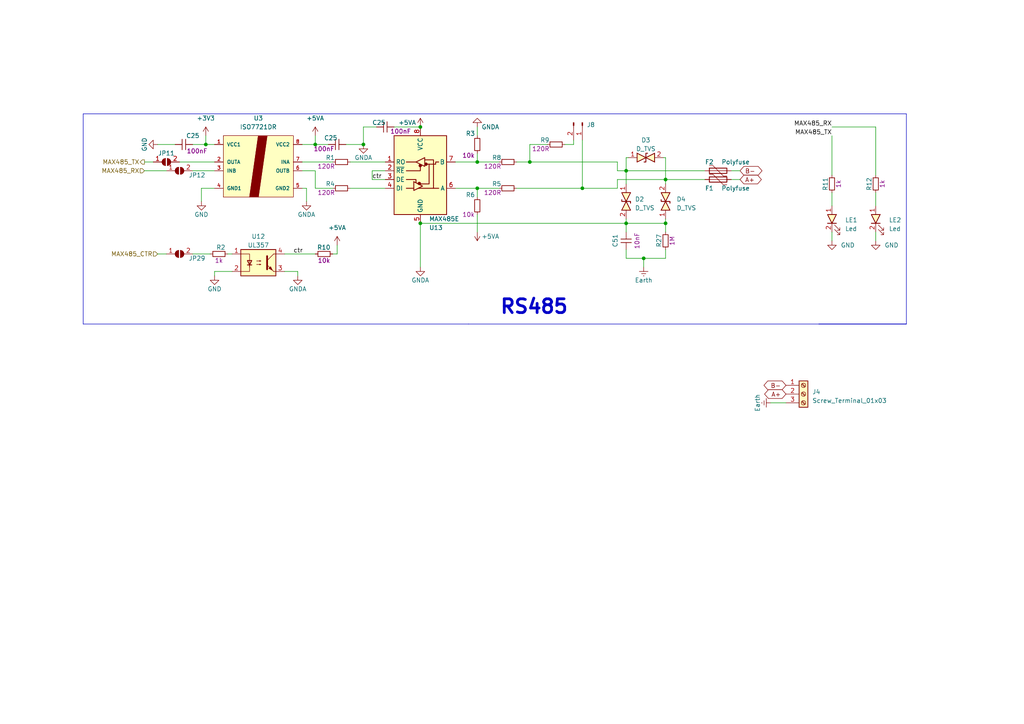
<source format=kicad_sch>
(kicad_sch (version 20230121) (generator eeschema)
  (paper "A4")
  (lib_symbols
    (symbol "Connector:Conn_01x02_Male" (pin_names (offset 1.016) hide)
      (property "Reference" "J" (at 0 2.54 0))
      (property "Value" "Conn_01x02_Male" (at 0 -5.08 0))
      (symbol "Conn_01x02_Male_1_1"
        (polyline (pts (xy 1.27 -2.54) (xy 0.8636 -2.54)) (stroke (width 0.1524)))
        (polyline (pts (xy 1.27 0) (xy 0.8636 0)) (stroke (width 0.1524)))
        (rectangle (start 0.8636 -2.413) (end 0 -2.667) (stroke (width 0.1524)) (fill (type outline)))
        (rectangle (start 0.8636 0.127) (end 0 -0.127) (stroke (width 0.1524)) (fill (type outline)))
        (pin passive line (at 5.08 0 180) (length 3.81) (name "Pin_1") (number "1"))
        (pin passive line (at 5.08 -2.54 180) (length 3.81) (name "Pin_2") (number "2"))
      )
    )
    (symbol "Connector:Screw_Terminal_01x03" (pin_names (offset 1.016) hide)
      (property "Reference" "J" (at 0 5.08 0))
      (property "Value" "Screw_Terminal_01x03" (at 0 -5.08 0))
      (symbol "Screw_Terminal_01x03_1_1"
        (rectangle (start -1.27 3.81) (end 1.27 -3.81) (stroke (width 0.254)) (fill (type background)))
        (circle (center 0 -2.54) (radius 0.635) (stroke (width 0.1524)))
        (polyline (pts (xy -0.5334 -2.2098) (xy 0.3302 -3.048)) (stroke (width 0.1524)))
        (polyline (pts (xy -0.5334 0.3302) (xy 0.3302 -0.508)) (stroke (width 0.1524)))
        (polyline (pts (xy -0.5334 2.8702) (xy 0.3302 2.032)) (stroke (width 0.1524)))
        (polyline (pts (xy -0.3556 -2.032) (xy 0.508 -2.8702)) (stroke (width 0.1524)))
        (polyline (pts (xy -0.3556 0.508) (xy 0.508 -0.3302)) (stroke (width 0.1524)))
        (polyline (pts (xy -0.3556 3.048) (xy 0.508 2.2098)) (stroke (width 0.1524)))
        (circle (center 0 0) (radius 0.635) (stroke (width 0.1524)))
        (circle (center 0 2.54) (radius 0.635) (stroke (width 0.1524)))
        (pin passive line (at -5.08 2.54 0) (length 3.81) (name "Pin_1") (number "1"))
        (pin passive line (at -5.08 0 0) (length 3.81) (name "Pin_2") (number "2"))
        (pin passive line (at -5.08 -2.54 0) (length 3.81) (name "Pin_3") (number "3"))
      )
    )
    (symbol "Device:Polyfuse" (pin_numbers hide) (pin_names (offset 0))
      (property "Reference" "F" (at -2.54 0 90))
      (property "Value" "Polyfuse" (at 2.54 0 90))
      (symbol "Polyfuse_0_1"
        (rectangle (start -0.762 2.54) (end 0.762 -2.54) (stroke (width 0.254)))
        (polyline (pts (xy 0 2.54) (xy 0 -2.54)))
        (polyline (pts (xy -1.524 2.54) (xy -1.524 1.524) (xy 1.524 -1.524) (xy 1.524 -2.54)))
      )
      (symbol "Polyfuse_1_1"
        (pin passive line (at 0 3.81 270) (length 1.27) (name "~") (number "1"))
        (pin passive line (at 0 -3.81 90) (length 1.27) (name "~") (number "2"))
      )
    )
    (symbol "DienLIB:C_0603" (pin_numbers hide) (pin_names (offset 0.254) hide)
      (property "Reference" "C" (at 0.254 1.778 0))
      (symbol "C_0603_1_1"
        (polyline (pts (xy -1.524 -0.508) (xy 1.524 -0.508)) (stroke (width 0.2)))
        (polyline (pts (xy -1.524 0.508) (xy 1.524 0.508)) (stroke (width 0.2)))
        (pin passive line (at 0 2.54 270) (length 2.032) (name "~") (number "1"))
        (pin passive line (at 0 -2.54 90) (length 2.032) (name "~") (number "2"))
      )
    )
    (symbol "DienLIB:R_0603" (pin_numbers hide) (pin_names (offset 0.254) hide)
      (property "Reference" "R" (at 0.762 0.508 0))
      (symbol "R_0603_0_1"
        (rectangle (start -0.762 1.778) (end 0.762 -1.778) (stroke (width 0.2032)))
      )
      (symbol "R_0603_1_1"
        (pin passive line (at 0 2.54 270) (length 0.762) (name "~") (number "1"))
        (pin passive line (at 0 -2.54 90) (length 0.762) (name "~") (number "2"))
      )
    )
    (symbol "IVS_SYMBOLS:D_TVS"
      (property "Reference" "D" (at 0 2.286 0))
      (property "Value" "D_TVS" (at 0 -2.794 0))
      (symbol "D_TVS_0_1"
        (polyline (pts (xy -2.54 1.27) (xy 0 0) (xy -2.54 -1.27) (xy -2.54 1.27)) (stroke (width 0.254)) (fill (type background)))
        (polyline (pts (xy 0.508 1.27) (xy 0 1.27) (xy 0 -1.27) (xy -0.508 -1.27)) (stroke (width 0.254)))
        (polyline (pts (xy 2.54 -1.27) (xy 0 0) (xy 2.54 1.27) (xy 2.54 -1.27)) (stroke (width 0.254)) (fill (type background)))
      )
      (symbol "D_TVS_1_1"
        (pin passive line (at 5.08 0 180) (length 2.54) (name "") (number "1"))
        (pin passive line (at -5.08 0 0) (length 2.54) (name "") (number "2"))
      )
    )
    (symbol "IVS_SYMBOLS:ISO7721DR" (pin_names (offset 1.016))
      (property "Reference" "U" (at -10.16 11.16 0))
      (property "Value" "ISO7721DR" (at -10.16 -10.16 0))
      (symbol "ISO7721DR_0_0"
        (pin power_in line (at -12.7 7.62 0) (length 2.54) (name "VCC1") (number "1"))
        (pin output line (at -12.7 2.54 0) (length 2.54) (name "OUTA") (number "2"))
        (pin input line (at -12.7 0 0) (length 2.54) (name "INB") (number "3"))
        (pin power_in line (at -12.7 -5.08 0) (length 2.54) (name "GND1") (number "4"))
        (pin power_in line (at 12.7 -5.08 180) (length 2.54) (name "GND2") (number "5"))
        (pin output line (at 12.7 0 180) (length 2.54) (name "OUTB") (number "6"))
        (pin input line (at 12.7 2.54 180) (length 2.54) (name "INA") (number "7"))
        (pin power_in line (at 12.7 7.62 180) (length 2.54) (name "VCC2") (number "8"))
      )
      (symbol "ISO7721DR_0_1"
        (polyline (pts (xy -10.16 10.16) (xy -10.16 -7.62) (xy -2.54 -7.62) (xy 0 10.16) (xy -10.16 10.16)) (fill (type background)))
        (polyline (pts (xy 0 10.16) (xy 2.54 10.16) (xy 0 -7.62) (xy -2.54 -7.62) (xy 0 10.16)) (fill (type outline)))
        (polyline (pts (xy 2.54 10.16) (xy 0 -7.62) (xy 10.16 -7.62) (xy 10.16 10.16) (xy 2.54 10.16)) (fill (type background)))
      )
    )
    (symbol "IVS_SYMBOLS:Led"
      (property "Reference" "LE" (at 0.508 -2.794 0))
      (property "Value" "Led" (at -0.254 2.794 0))
      (symbol "Led_0_1"
        (polyline (pts (xy 0 -1.27) (xy 0 1.27)) (stroke (width 0.254)))
        (polyline (pts (xy 2.54 -1.27) (xy 2.54 1.27) (xy 0 0) (xy 2.54 -1.27)) (stroke (width 0.254)) (fill (type background)))
        (polyline (pts (xy -1.778 -0.762) (xy -3.302 -2.286) (xy -2.54 -2.286) (xy -3.302 -2.286) (xy -3.302 -1.524)))
        (polyline (pts (xy -0.508 -0.762) (xy -2.032 -2.286) (xy -1.27 -2.286) (xy -2.032 -2.286) (xy -2.032 -1.524)))
      )
      (symbol "Led_1_1"
        (pin passive line (at 5.08 0 180) (length 2.54) (name "") (number "1"))
        (pin passive line (at -2.54 0 0) (length 2.54) (name "") (number "2"))
      )
    )
    (symbol "Interface_UART:MAX485E"
      (property "Reference" "U" (at -6.096 11.43 0))
      (property "Value" "MAX485E" (at 0.762 11.43 0))
      (symbol "MAX485E_0_1"
        (rectangle (start -7.62 10.16) (end 7.62 -12.7) (stroke (width 0.254)) (fill (type background)))
        (circle (center -0.3048 -3.683) (radius 0.3556) (stroke (width 0.254)) (fill (type outline)))
        (circle (center -0.0254 1.4986) (radius 0.3556) (stroke (width 0.254)) (fill (type outline)))
        (polyline (pts (xy -4.064 -5.08) (xy -1.905 -5.08)) (stroke (width 0.254)))
        (polyline (pts (xy -4.064 2.54) (xy -1.27 2.54)) (stroke (width 0.254)))
        (polyline (pts (xy -1.27 -3.2004) (xy -1.27 -3.4544)) (stroke (width 0.254)))
        (polyline (pts (xy -0.635 -5.08) (xy 5.334 -5.08)) (stroke (width 0.254)))
        (polyline (pts (xy -4.064 -2.54) (xy -1.27 -2.54) (xy -1.27 -3.175)) (stroke (width 0.254)))
        (polyline (pts (xy 0 1.27) (xy 0 0) (xy -4.064 0)) (stroke (width 0.254)))
        (polyline (pts (xy 1.27 3.175) (xy 3.81 3.175) (xy 3.81 -5.08)) (stroke (width 0.254)))
        (polyline (pts (xy 2.54 1.905) (xy 2.54 -3.81) (xy 0 -3.81)) (stroke (width 0.254)))
        (polyline (pts (xy -1.905 -3.175) (xy -1.905 -5.715) (xy 0.635 -4.445) (xy -1.905 -3.175)) (stroke (width 0.254)))
        (polyline (pts (xy -1.27 2.54) (xy 1.27 3.81) (xy 1.27 1.27) (xy -1.27 2.54)) (stroke (width 0.254)))
        (polyline (pts (xy 1.905 1.905) (xy 4.445 1.905) (xy 4.445 2.54) (xy 5.334 2.54)) (stroke (width 0.254)))
        (rectangle (start 1.27 3.175) (end 1.27 3.175))
        (circle (center 1.651 1.905) (radius 0.3556) (stroke (width 0.254)) (fill (type outline)))
      )
      (symbol "MAX485E_1_1"
        (pin output line (at -10.16 2.54 0) (length 2.54) (name "RO") (number "1"))
        (pin input line (at -10.16 0 0) (length 2.54) (name "~{RE}") (number "2"))
        (pin input line (at -10.16 -2.54 0) (length 2.54) (name "DE") (number "3"))
        (pin input line (at -10.16 -5.08 0) (length 2.54) (name "DI") (number "4"))
        (pin power_in line (at 0 -15.24 90) (length 2.54) (name "GND") (number "5"))
        (pin bidirectional line (at 10.16 -5.08 180) (length 2.54) (name "A") (number "6"))
        (pin bidirectional line (at 10.16 2.54 180) (length 2.54) (name "B") (number "7"))
        (pin power_in line (at 0 12.7 270) (length 2.54) (name "VCC") (number "8"))
      )
    )
    (symbol "Isolator:SFH617A-2X017T" (pin_names (offset 1.016))
      (property "Reference" "U" (at -5.08 6.35 0))
      (property "Value" "SFH617A-2X017T" (at -5.08 -6.35 0))
      (symbol "SFH617A-2X017T_0_1"
        (rectangle (start -5.08 3.81) (end 5.08 -3.81) (stroke (width 0.254)) (fill (type background)))
        (polyline (pts (xy -3.175 -0.635) (xy -1.905 -0.635)) (stroke (width 0.254)))
        (polyline (pts (xy 2.54 0.635) (xy 4.445 2.54)))
        (polyline (pts (xy 4.445 -2.54) (xy 2.54 -0.635)) (fill (type outline)))
        (polyline (pts (xy 4.445 -2.54) (xy 5.08 -2.54)))
        (polyline (pts (xy 4.445 2.54) (xy 5.08 2.54)))
        (polyline (pts (xy -2.54 -0.635) (xy -2.54 -2.54) (xy -5.08 -2.54)))
        (polyline (pts (xy 2.54 1.905) (xy 2.54 -1.905) (xy 2.54 -1.905)) (stroke (width 0.508)))
        (polyline (pts (xy -5.08 2.54) (xy -2.54 2.54) (xy -2.54 -1.27) (xy -2.54 0.635)))
        (polyline (pts (xy -2.54 -0.635) (xy -3.175 0.635) (xy -1.905 0.635) (xy -2.54 -0.635)) (stroke (width 0.254)))
        (polyline (pts (xy -0.508 -0.508) (xy 0.762 -0.508) (xy 0.381 -0.635) (xy 0.381 -0.381) (xy 0.762 -0.508)))
        (polyline (pts (xy -0.508 0.508) (xy 0.762 0.508) (xy 0.381 0.381) (xy 0.381 0.635) (xy 0.762 0.508)))
        (polyline (pts (xy 3.048 -1.651) (xy 3.556 -1.143) (xy 4.064 -2.159) (xy 3.048 -1.651) (xy 3.048 -1.651)) (fill (type outline)))
      )
      (symbol "SFH617A-2X017T_1_1"
        (pin passive line (at -7.62 2.54 0) (length 2.54) (name "~") (number "1"))
        (pin passive line (at -7.62 -2.54 0) (length 2.54) (name "~") (number "2"))
        (pin passive line (at 7.62 -2.54 180) (length 2.54) (name "~") (number "3"))
        (pin passive line (at 7.62 2.54 180) (length 2.54) (name "~") (number "4"))
      )
    )
    (symbol "Jumper:SolderJumper_2_Open" (pin_names (offset 0) hide)
      (property "Reference" "JP" (at 0 2.032 0))
      (property "Value" "SolderJumper_2_Open" (at 0 -2.54 0))
      (symbol "SolderJumper_2_Open_0_1"
        (arc (start -0.254 1.016) (mid -1.2656 0) (end -0.254 -1.016))
        (arc (start -0.254 1.016) (mid -1.2656 0) (end -0.254 -1.016) (fill (type outline)))
        (polyline (pts (xy -0.254 1.016) (xy -0.254 -1.016)))
        (polyline (pts (xy 0.254 1.016) (xy 0.254 -1.016)))
        (arc (start 0.254 -1.016) (mid 1.2656 0) (end 0.254 1.016))
        (arc (start 0.254 -1.016) (mid 1.2656 0) (end 0.254 1.016) (fill (type outline)))
      )
      (symbol "SolderJumper_2_Open_1_1"
        (pin passive line (at -3.81 0 0) (length 2.54) (name "A") (number "1"))
        (pin passive line (at 3.81 0 180) (length 2.54) (name "B") (number "2"))
      )
    )
    (symbol "power:+3V3" (power) (pin_names (offset 0))
      (property "Value" "+3V3" (at 0 3.556 0))
      (symbol "+3V3_0_1"
        (polyline (pts (xy -0.762 1.27) (xy 0 2.54)))
        (polyline (pts (xy 0 0) (xy 0 2.54)))
        (polyline (pts (xy 0 2.54) (xy 0.762 1.27)))
      )
      (symbol "+3V3_1_1"
        (pin power_in line (at 0 0 90) (length 0) hide (name "+3V3") (number "1"))
      )
    )
    (symbol "power:+5VA" (power) (pin_names (offset 0))
      (property "Value" "+5VA" (at 0 3.556 0))
      (symbol "+5VA_0_1"
        (polyline (pts (xy -0.762 1.27) (xy 0 2.54)))
        (polyline (pts (xy 0 0) (xy 0 2.54)))
        (polyline (pts (xy 0 2.54) (xy 0.762 1.27)))
      )
      (symbol "+5VA_1_1"
        (pin power_in line (at 0 0 90) (length 0) hide (name "+5VA") (number "1"))
      )
    )
    (symbol "power:Earth" (power) (pin_names (offset 0))
      (symbol "Earth_0_1"
        (polyline (pts (xy -0.635 -1.905) (xy 0.635 -1.905)))
        (polyline (pts (xy -0.127 -2.54) (xy 0.127 -2.54)))
        (polyline (pts (xy 0 -1.27) (xy 0 0)))
        (polyline (pts (xy 1.27 -1.27) (xy -1.27 -1.27)))
      )
      (symbol "Earth_1_1"
        (pin power_in line (at 0 0 270) (length 0) hide (name "Earth") (number "1"))
      )
    )
    (symbol "power:GND" (power) (pin_names (offset 0))
      (property "Value" "GND" (at 0 -3.81 0))
      (symbol "GND_0_1"
        (polyline (pts (xy 0 0) (xy 0 -1.27) (xy 1.27 -1.27) (xy 0 -2.54) (xy -1.27 -1.27) (xy 0 -1.27)))
      )
      (symbol "GND_1_1"
        (pin power_in line (at 0 0 270) (length 0) hide (name "GND") (number "1"))
      )
    )
    (symbol "power:GNDA" (power) (pin_names (offset 0))
      (property "Value" "GNDA" (at 0 -3.81 0))
      (symbol "GNDA_0_1"
        (polyline (pts (xy 0 0) (xy 0 -1.27) (xy 1.27 -1.27) (xy 0 -2.54) (xy -1.27 -1.27) (xy 0 -1.27)))
      )
      (symbol "GNDA_1_1"
        (pin power_in line (at 0 0 270) (length 0) hide (name "GNDA") (number "1"))
      )
    )
  )
  (junction (at 193.04 64.77))
  (junction (at 153.67 46.99))
  (junction (at 193.04 52.07))
  (junction (at 181.61 49.53))
  (junction (at 121.92 36.83))
  (junction (at 121.92 64.77))
  (junction (at 138.43 46.99))
  (junction (at 91.44 41.91))
  (junction (at 59.69 41.91))
  (junction (at 186.69 74.93))
  (junction (at 138.43 54.61))
  (junction (at 181.61 64.77))
  (junction (at 105.41 41.91))
  (junction (at 168.91 54.61))
  (wire (pts (xy 59.69 41.91) (xy 62.23 41.91)))
  (wire (pts (xy 97.79 73.66) (xy 97.79 71.12)))
  (wire (pts (xy 179.07 52.07) (xy 179.07 54.61)))
  (wire (pts (xy 212.09 52.07) (xy 214.63 52.07)))
  (wire (pts (xy 181.61 45.72) (xy 181.61 49.53)))
  (wire (pts (xy 254 55.88) (xy 254 59.69)))
  (wire (pts (xy 168.91 54.61) (xy 179.07 54.61)))
  (wire (pts (xy 241.3 36.83) (xy 254 36.83)))
  (wire (pts (xy 107.95 52.07) (xy 111.76 52.07)))
  (wire (pts (xy 132.08 54.61) (xy 138.43 54.61)))
  (wire (pts (xy 181.61 72.39) (xy 181.61 74.93)))
  (wire (pts (xy 241.3 55.88) (xy 241.3 59.69)))
  (wire (pts (xy 223.52 116.84) (xy 227.965 116.84)))
  (polyline (pts (xy 262.89 93.98) (xy 135.89 93.98)))
  (wire (pts (xy 181.61 64.77) (xy 181.61 63.5)))
  (wire (pts (xy 193.04 72.39) (xy 193.04 74.93)))
  (wire (pts (xy 91.44 49.53) (xy 87.63 49.53)))
  (wire (pts (xy 241.3 67.31) (xy 241.3 69.85)))
  (wire (pts (xy 212.09 49.53) (xy 214.63 49.53)))
  (wire (pts (xy 186.69 77.47) (xy 186.69 74.93)))
  (wire (pts (xy 45.72 73.66) (xy 48.26 73.66)))
  (polyline (pts (xy 24.13 33.02) (xy 24.13 93.98)))
  (wire (pts (xy 88.9 54.61) (xy 88.9 58.42)))
  (wire (pts (xy 121.92 64.77) (xy 121.92 77.47)))
  (wire (pts (xy 66.04 73.66) (xy 67.31 73.66)))
  (wire (pts (xy 45.72 41.91) (xy 50.8 41.91)))
  (wire (pts (xy 62.23 54.61) (xy 58.42 54.61)))
  (wire (pts (xy 41.91 46.99) (xy 44.45 46.99)))
  (wire (pts (xy 179.07 49.53) (xy 181.61 49.53)))
  (polyline (pts (xy 24.13 33.02) (xy 137.16 33.02)))
  (wire (pts (xy 193.04 45.72) (xy 193.04 52.07)))
  (polyline (pts (xy 137.16 33.02) (xy 262.89 33.02)))
  (wire (pts (xy 179.07 46.99) (xy 179.07 49.53)))
  (wire (pts (xy 52.07 46.99) (xy 62.23 46.99)))
  (wire (pts (xy 186.69 74.93) (xy 193.04 74.93)))
  (wire (pts (xy 193.04 45.72) (xy 192.405 45.72)))
  (wire (pts (xy 193.04 63.5) (xy 193.04 64.77)))
  (wire (pts (xy 55.88 49.53) (xy 62.23 49.53)))
  (wire (pts (xy 41.91 49.53) (xy 48.26 49.53)))
  (wire (pts (xy 153.67 41.91) (xy 158.75 41.91)))
  (wire (pts (xy 153.67 41.91) (xy 153.67 46.99)))
  (wire (pts (xy 87.63 54.61) (xy 88.9 54.61)))
  (polyline (pts (xy 262.89 93.98) (xy 237.49 93.98)))
  (wire (pts (xy 138.43 54.61) (xy 144.78 54.61)))
  (wire (pts (xy 55.88 41.91) (xy 59.69 41.91)))
  (wire (pts (xy 111.76 49.53) (xy 107.95 49.53)))
  (wire (pts (xy 121.92 64.77) (xy 181.61 64.77)))
  (wire (pts (xy 96.52 73.66) (xy 97.79 73.66)))
  (wire (pts (xy 86.36 78.74) (xy 86.36 80.01)))
  (wire (pts (xy 132.08 46.99) (xy 138.43 46.99)))
  (wire (pts (xy 181.61 64.77) (xy 193.04 64.77)))
  (wire (pts (xy 55.88 73.66) (xy 60.96 73.66)))
  (wire (pts (xy 91.44 39.37) (xy 91.44 41.91)))
  (wire (pts (xy 181.61 74.93) (xy 186.69 74.93)))
  (polyline (pts (xy 262.89 33.02) (xy 262.89 93.98)))
  (wire (pts (xy 193.04 53.34) (xy 193.04 52.07)))
  (wire (pts (xy 181.61 49.53) (xy 204.47 49.53)))
  (wire (pts (xy 62.23 78.74) (xy 62.23 80.01)))
  (wire (pts (xy 82.55 73.66) (xy 91.44 73.66)))
  (wire (pts (xy 100.33 41.91) (xy 105.41 41.91)))
  (wire (pts (xy 101.6 46.99) (xy 111.76 46.99)))
  (wire (pts (xy 181.61 45.72) (xy 182.245 45.72)))
  (wire (pts (xy 59.69 39.37) (xy 59.69 41.91)))
  (wire (pts (xy 107.95 49.53) (xy 107.95 52.07)))
  (wire (pts (xy 91.44 41.91) (xy 87.63 41.91)))
  (wire (pts (xy 241.3 39.37) (xy 241.3 50.8)))
  (wire (pts (xy 181.61 49.53) (xy 181.61 53.34)))
  (wire (pts (xy 91.44 54.61) (xy 91.44 49.53)))
  (wire (pts (xy 166.37 41.91) (xy 166.37 40.64)))
  (wire (pts (xy 193.04 52.07) (xy 204.47 52.07)))
  (wire (pts (xy 58.42 54.61) (xy 58.42 58.42)))
  (wire (pts (xy 181.61 64.77) (xy 181.61 67.31)))
  (wire (pts (xy 153.67 46.99) (xy 179.07 46.99)))
  (wire (pts (xy 105.41 36.83) (xy 109.22 36.83)))
  (wire (pts (xy 138.43 44.45) (xy 138.43 46.99)))
  (wire (pts (xy 149.86 46.99) (xy 153.67 46.99)))
  (polyline (pts (xy 135.89 93.98) (xy 24.13 93.98)))
  (wire (pts (xy 105.41 36.83) (xy 105.41 41.91)))
  (wire (pts (xy 91.44 41.91) (xy 95.25 41.91)))
  (wire (pts (xy 114.3 36.83) (xy 121.92 36.83)))
  (wire (pts (xy 254 67.31) (xy 254 69.85)))
  (wire (pts (xy 87.63 46.99) (xy 96.52 46.99)))
  (wire (pts (xy 254 36.83) (xy 254 50.8)))
  (wire (pts (xy 101.6 54.61) (xy 111.76 54.61)))
  (wire (pts (xy 82.55 78.74) (xy 86.36 78.74)))
  (wire (pts (xy 138.43 46.99) (xy 144.78 46.99)))
  (wire (pts (xy 67.31 78.74) (xy 62.23 78.74)))
  (wire (pts (xy 138.43 54.61) (xy 138.43 57.15)))
  (wire (pts (xy 193.04 64.77) (xy 193.04 67.31)))
  (wire (pts (xy 179.07 52.07) (xy 193.04 52.07)))
  (wire (pts (xy 91.44 54.61) (xy 96.52 54.61)))
  (wire (pts (xy 168.91 40.64) (xy 168.91 54.61)))
  (wire (pts (xy 149.86 54.61) (xy 168.91 54.61)))
  (wire (pts (xy 163.83 41.91) (xy 166.37 41.91)))
  (wire (pts (xy 138.43 62.23) (xy 138.43 67.31)))
  (wire (pts (xy 138.43 39.37) (xy 138.43 36.83)))
  (text "RS485\n" (at 144.78 91.44 0) (effects (font (size 4 4) (thickness 0.8) bold) (justify left bottom)))
  (label "MAX485_TX" (at 241.3 39.37 180))
  (label "ctr" (at 107.95 52.07 0))
  (label "ctr" (at 85.09 73.66 0))
  (label "MAX485_RX" (at 241.3 36.83 180))
  (global_label "A+" (shape bidirectional) (at 227.965 114.3 180) (property "Intersheetrefs" "${INTERSHEET_REFS}" (effects hide)))
  (global_label "A+" (shape bidirectional) (at 214.63 52.07 0) (property "Intersheetrefs" "${INTERSHEET_REFS}" (effects hide)))
  (global_label "B-" (shape bidirectional) (at 214.63 49.53 0) (property "Intersheetrefs" "${INTERSHEET_REFS}" (effects hide)))
  (global_label "B-" (shape bidirectional) (at 227.965 111.76 180) (property "Intersheetrefs" "${INTERSHEET_REFS}" (effects hide)))
  (hierarchical_label "MAX485_TX" (shape output) (at 41.91 46.99 180))
  (hierarchical_label "MAX485_RX" (shape input) (at 41.91 49.53 180))
  (hierarchical_label "MAX485_CTR" (shape input) (at 45.72 73.66 180))
  (symbol (lib_id "DienLIB:R_0603") (at 138.43 59.69 180) (unit 1)
    (property "Reference" "R6" (at 137.795 56.515 0) (effects (justify left)))
    (property "Value" "10k_1%_0.1W" (effects hide))
    (property "Footprint" "DienLIB:R_0603" (effects hide))
    (property "symbol" "10k" (at 135.89 62.23 0))
  )
  (symbol (lib_id "Device:Polyfuse") (at 208.28 52.07 90) (mirror x) (unit 1)
    (property "Reference" "F1" (at 205.74 54.61 90))
    (property "Value" "Polyfuse" (at 213.36 54.61 90))
    (property "Footprint" "IVS_FOOTPRINTS:Fuse_1812_4532Metric" (effects hide))
    (instances (project "DLAnhDan_BoardTruyenDuLieu" (path "" (reference "F1") (unit 1))) (project "gateway" (path "" (reference "F2") (unit 1))))
  )
  (symbol (lib_id "Jumper:SolderJumper_2_Open") (at 52.07 49.53 0) (mirror x) (unit 1)
    (property "Reference" "JP12" (at 57.15 50.8 0))
    (property "Value" " " (effects hide))
    (property "Footprint" "Jumper:SolderJumper-2_P1.3mm_Open_RoundedPad1.0x1.5mm" (effects hide))
    (instances (project "DLAnhDan_BoardTruyenDuLieu" (path "" (reference "JP12") (unit 1))) (project "gateway" (path "" (reference "JP2") (unit 1))))
  )
  (symbol (lib_id "DienLIB:R_0603") (at 99.06 46.99 90) (unit 1)
    (property "Reference" "R1" (at 97.155 45.72 90) (effects (justify left)))
    (property "Value" "120R_1%_0.1W" (effects hide))
    (property "Footprint" "DienLIB:R_0603" (effects hide))
    (property "symbol" "120R" (at 94.615 48.26 90))
  )
  (symbol (lib_id "IVS_SYMBOLS:D_TVS") (at 193.04 58.42 270) (unit 1)
    (property "Reference" "D4" (at 196.215 57.785 90) (effects (justify left)))
    (property "Value" "D_TVS" (at 196.215 60.325 90) (effects (justify left)))
    (property "Footprint" "DienLIB:D_SMA" (effects hide))
  )
  (symbol (lib_id "power:+3V3") (at 59.69 39.37 0) (unit 1)
    (property "Reference" "#PWR011" (effects hide))
    (property "Value" "+3V3" (at 59.69 34.29 0))
    (instances (project "DLAnhDan_BoardTruyenDuLieu" (path "" (reference "#PWR011") (unit 1))) (project "gateway" (path "" (reference "#PWR07") (unit 1))))
  )
  (symbol (lib_id "Isolator:SFH617A-2X017T") (at 74.93 76.2 0) (unit 1)
    (property "Reference" "U12" (at 74.93 68.58 0))
    (property "Value" "UL357" (at 74.93 71.12 0))
    (property "Footprint" "IVS_FOOTPRINTS:OPTO_EL357N-G" (effects hide))
    (property "Datasheet" "http://www.vishay.com/docs/83740/sfh617a.pdf" (effects hide))
    (instances (project "DLAnhDan_BoardTruyenDuLieu" (path "" (reference "U12") (unit 1))) (project "gateway" (path "" (reference "U8") (unit 1))))
  )
  (symbol (lib_id "power:GNDA") (at 138.43 36.83 180) (unit 1)
    (property "Reference" "#PWR0121" (effects hide))
    (property "Value" "GNDA" (at 142.24 36.83 0))
    (instances (project "DLAnhDan_BoardTruyenDuLieu" (path "" (reference "#PWR0121") (unit 1))) (project "gateway" (path "" (reference "#PWR016") (unit 1))))
  )
  (symbol (lib_id "DienLIB:C_0603") (at 53.34 41.91 270) (unit 1)
    (property "Reference" "C25" (at 53.975 39.37 90) (effects (justify left)))
    (property "Value" "100nF_50V" (effects hide))
    (property "Footprint" "DienLIB:C_0603" (effects hide))
    (property "symbol" "100nF" (at 57.15 43.815 90))
    (instances (project "gateway" (path "" (reference "C25") (unit 1)) (path "" (reference "C2") (unit 1)) (path "" (reference "C7") (unit 1))))
  )
  (symbol (lib_id "power:GNDA") (at 105.41 41.91 0) (unit 1)
    (property "Reference" "#PWR082" (effects hide))
    (property "Value" "GNDA" (at 105.41 45.72 0))
    (instances (project "DLAnhDan_BoardTruyenDuLieu" (path "" (reference "#PWR082") (unit 1))) (project "gateway" (path "" (reference "#PWR013") (unit 1))))
  )
  (symbol (lib_id "power:GND") (at 62.23 80.01 0) (unit 1)
    (property "Reference" "#PWR029" (effects hide))
    (property "Value" "GND" (at 62.23 83.82 0))
    (instances (project "DLAnhDan_BoardTruyenDuLieu" (path "" (reference "#PWR029") (unit 1))) (project "gateway" (path "" (reference "#PWR08") (unit 1))))
  )
  (symbol (lib_id "power:+5VA") (at 97.79 71.12 0) (unit 1)
    (property "Reference" "#PWR058" (effects hide))
    (property "Value" "+5VA" (at 97.79 66.04 0))
    (instances (project "DLAnhDan_BoardTruyenDuLieu" (path "" (reference "#PWR058") (unit 1))) (project "gateway" (path "" (reference "#PWR012") (unit 1))))
  )
  (symbol (lib_id "power:Earth") (at 186.69 77.47 0) (unit 1)
    (property "Reference" "#PWR087" (effects hide))
    (property "Value" "Earth" (at 186.69 81.28 0))
    (instances (project "DLAnhDan_BoardTruyenDuLieu" (path "" (reference "#PWR087") (unit 1))) (project "gateway" (path "" (reference "#PWR018") (unit 1))))
  )
  (symbol (lib_id "power:GND") (at 241.3 69.85 0) (unit 1)
    (property "Reference" "#PWR076" (effects hide))
    (property "Value" "GND" (at 243.84 71.1199 0) (effects (justify left)))
    (instances (project "DLAnhDan_BoardTruyenDuLieu" (path "" (reference "#PWR076") (unit 1))) (project "gateway" (path "" (reference "#PWR019") (unit 1))))
  )
  (symbol (lib_id "power:GNDA") (at 86.36 80.01 0) (unit 1)
    (property "Reference" "#PWR047" (effects hide))
    (property "Value" "GNDA" (at 86.36 83.82 0))
    (instances (project "DLAnhDan_BoardTruyenDuLieu" (path "" (reference "#PWR047") (unit 1))) (project "gateway" (path "" (reference "#PWR09") (unit 1))))
  )
  (symbol (lib_id "power:+5VA") (at 138.43 67.31 180) (unit 1)
    (property "Reference" "#PWR0122" (effects hide))
    (property "Value" "+5VA" (at 142.24 68.58 0))
    (instances (project "DLAnhDan_BoardTruyenDuLieu" (path "" (reference "#PWR0122") (unit 1))) (project "gateway" (path "" (reference "#PWR017") (unit 1))))
  )
  (symbol (lib_id "power:GND") (at 58.42 58.42 0) (unit 1)
    (property "Reference" "#PWR010" (effects hide))
    (property "Value" "GND" (at 58.42 62.23 0))
    (instances (project "DLAnhDan_BoardTruyenDuLieu" (path "" (reference "#PWR010") (unit 1))) (project "gateway" (path "" (reference "#PWR06") (unit 1))))
  )
  (symbol (lib_id "DienLIB:R_0603") (at 63.5 73.66 90) (unit 1)
    (property "Reference" "R2" (at 65.405 71.755 90) (effects (justify left)))
    (property "Value" "1k_1%_0.1W" (effects hide))
    (property "Footprint" "DienLIB:R_0603" (effects hide))
    (property "symbol" "1k" (at 63.5 75.565 90))
  )
  (symbol (lib_id "DienLIB:R_0603") (at 147.32 46.99 90) (unit 1)
    (property "Reference" "R8" (at 145.415 45.72 90) (effects (justify left)))
    (property "Value" "120R_1%_0.1W" (effects hide))
    (property "Footprint" "DienLIB:R_0603" (effects hide))
    (property "symbol" "120R" (at 142.875 48.26 90))
  )
  (symbol (lib_id "DienLIB:R_0603") (at 147.32 54.61 90) (unit 1)
    (property "Reference" "R5" (at 145.415 53.34 90) (effects (justify left)))
    (property "Value" "120R_1%_0.1W" (effects hide))
    (property "Footprint" "DienLIB:R_0603" (effects hide))
    (property "symbol" "120R" (at 142.875 55.88 90))
  )
  (symbol (lib_id "power:GNDA") (at 88.9 58.42 0) (unit 1)
    (property "Reference" "#PWR056" (effects hide))
    (property "Value" "GNDA" (at 88.9 62.23 0))
    (instances (project "DLAnhDan_BoardTruyenDuLieu" (path "" (reference "#PWR056") (unit 1))) (project "gateway" (path "" (reference "#PWR010") (unit 1))))
  )
  (symbol (lib_id "power:+5VA") (at 91.44 39.37 0) (unit 1)
    (property "Reference" "#PWR057" (effects hide))
    (property "Value" "+5VA" (at 91.44 34.29 0))
    (instances (project "DLAnhDan_BoardTruyenDuLieu" (path "" (reference "#PWR057") (unit 1))) (project "gateway" (path "" (reference "#PWR011") (unit 1))))
  )
  (symbol (lib_id "power:GND") (at 254 69.85 0) (unit 1)
    (property "Reference" "#PWR077" (effects hide))
    (property "Value" "GND" (at 256.54 71.1199 0) (effects (justify left)))
    (instances (project "DLAnhDan_BoardTruyenDuLieu" (path "" (reference "#PWR077") (unit 1))) (project "gateway" (path "" (reference "#PWR020") (unit 1))))
  )
  (symbol (lib_id "DienLIB:C_0603") (at 111.76 36.83 270) (unit 1)
    (property "Reference" "C25" (at 107.95 35.56 90) (effects (justify left)))
    (property "Value" "100nF_50V" (effects hide))
    (property "Footprint" "DienLIB:C_0603" (effects hide))
    (property "symbol" "100nF" (at 116.205 38.1 90))
    (instances (project "gateway" (path "" (reference "C25") (unit 1)) (path "" (reference "C2") (unit 1)) (path "" (reference "C9") (unit 1))))
  )
  (symbol (lib_id "IVS_SYMBOLS:ISO7721DR") (at 74.93 49.53 0) (unit 1)
    (property "Reference" "U3" (at 74.93 34.29 0))
    (property "Value" "ISO7721DR" (at 74.93 36.83 0))
    (property "Footprint" "DienLIB:SOIC-8_3.9x4.9mm_P1.27mm" (effects hide))
    (property "STANDARD" "IPC-7351B" (effects hide))
    (property "MANUFACTURER" "Texas Instruments" (effects hide))
    (property "MAXIMUM_PACKAGE_HEIGHT" "1.75mm" (effects hide))
    (property "PARTREV" "E" (effects hide))
    (instances (project "DLAnhDan_BoardTruyenDuLieu" (path "" (reference "U3") (unit 1))) (project "gateway" (path "" (reference "U6") (unit 1))))
  )
  (symbol (lib_id "Interface_UART:MAX485E") (at 121.92 49.53 0) (unit 1)
    (property "Reference" "U13" (at 124.46 66.04 0) (effects (justify left)))
    (property "Value" "MAX485E" (at 124.46 63.5 0) (effects (justify left)))
    (property "Footprint" "DienLIB:SOIC-8_3.9x4.9mm_P1.27mm" (effects hide))
    (property "Datasheet" "https://datasheets.maximintegrated.com/en/ds/MAX1487E-MAX491E.pdf" (effects hide))
    (instances (project "DLAnhDan_BoardTruyenDuLieu" (path "" (reference "U13") (unit 1))) (project "gateway" (path "" (reference "U9") (unit 1))))
  )
  (symbol (lib_id "Device:Polyfuse") (at 208.28 49.53 90) (mirror x) (unit 1)
    (property "Reference" "F2" (at 205.74 46.99 90))
    (property "Value" "Polyfuse" (at 213.36 46.99 90))
    (property "Footprint" "IVS_FOOTPRINTS:Fuse_1812_4532Metric" (effects hide))
    (instances (project "DLAnhDan_BoardTruyenDuLieu" (path "" (reference "F2") (unit 1))) (project "gateway" (path "" (reference "F1") (unit 1))))
  )
  (symbol (lib_id "DienLIB:R_0603") (at 99.06 54.61 90) (unit 1)
    (property "Reference" "R4" (at 97.155 53.34 90) (effects (justify left)))
    (property "Value" "120R_1%_0.1W" (effects hide))
    (property "Footprint" "DienLIB:R_0603" (effects hide))
    (property "symbol" "120R" (at 94.615 55.88 90))
  )
  (symbol (lib_id "DienLIB:C_0603") (at 181.61 69.85 0) (unit 1)
    (property "Reference" "C51" (at 178.435 71.755 90) (effects (justify left)))
    (property "Value" "10nF_50V" (effects hide))
    (property "Footprint" "DienLIB:C_1206" (effects hide))
    (property "symbol" "10nF" (at 184.785 69.85 90))
    (instances (project "gateway" (path "" (reference "C51") (unit 1)) (path "" (reference "C55") (unit 1))))
  )
  (symbol (lib_id "power:+5VA") (at 121.92 36.83 0) (unit 1)
    (property "Reference" "#PWR085" (effects hide))
    (property "Value" "+5VA" (at 118.11 35.56 0))
    (instances (project "DLAnhDan_BoardTruyenDuLieu" (path "" (reference "#PWR085") (unit 1))) (project "gateway" (path "" (reference "#PWR014") (unit 1))))
  )
  (symbol (lib_id "DienLIB:R_0603") (at 138.43 41.91 180) (unit 1)
    (property "Reference" "R3" (at 137.795 38.735 0) (effects (justify left)))
    (property "Value" "10k_1%_0.1W" (effects hide))
    (property "Footprint" "DienLIB:R_0603" (effects hide))
    (property "symbol" "10k" (at 135.89 45.085 0))
  )
  (symbol (lib_id "Connector:Conn_01x02_Male") (at 168.91 35.56 270) (unit 1)
    (property "Reference" "J8" (at 170.18 36.1949 90) (effects (justify left)))
    (property "Value" " " (effects hide))
    (property "Footprint" "Connector_PinHeader_2.54mm:PinHeader_1x02_P2.54mm_Vertical" (effects hide))
    (instances (project "DLAnhDan_BoardTruyenDuLieu" (path "" (reference "J8") (unit 1))) (project "gateway" (path "" (reference "J1") (unit 1))))
  )
  (symbol (lib_id "Jumper:SolderJumper_2_Open") (at 52.07 73.66 0) (mirror x) (unit 1)
    (property "Reference" "JP29" (at 57.15 74.93 0))
    (property "Value" " " (effects hide))
    (property "Footprint" "Jumper:SolderJumper-2_P1.3mm_Open_RoundedPad1.0x1.5mm" (effects hide))
    (instances (project "DLAnhDan_BoardTruyenDuLieu" (path "" (reference "JP29") (unit 1))) (project "gateway" (path "" (reference "JP3") (unit 1))))
  )
  (symbol (lib_id "DienLIB:R_0603") (at 254 53.34 180) (unit 1)
    (property "Reference" "R12" (at 252.095 51.435 90) (effects (justify left)))
    (property "Value" "1k_1%_0.1W" (effects hide))
    (property "Footprint" "DienLIB:R_0603" (effects hide))
    (property "symbol" "1k" (at 255.905 53.34 90))
  )
  (symbol (lib_id "IVS_SYMBOLS:D_TVS") (at 187.325 45.72 180) (unit 1)
    (property "Reference" "D3" (at 187.325 40.64 0))
    (property "Value" "D_TVS" (at 187.325 43.18 0))
    (property "Footprint" "DienLIB:D_SMA" (effects hide))
  )
  (symbol (lib_id "Jumper:SolderJumper_2_Open") (at 48.26 46.99 0) (mirror x) (unit 1)
    (property "Reference" "JP11" (at 48.26 44.45 0))
    (property "Value" " " (effects hide))
    (property "Footprint" "Jumper:SolderJumper-2_P1.3mm_Open_RoundedPad1.0x1.5mm" (effects hide))
    (instances (project "DLAnhDan_BoardTruyenDuLieu" (path "" (reference "JP11") (unit 1))) (project "gateway" (path "" (reference "JP1") (unit 1))))
  )
  (symbol (lib_id "power:GND") (at 45.72 41.91 270) (unit 1)
    (property "Reference" "#PWR08" (effects hide))
    (property "Value" "GND" (at 41.91 41.91 0))
    (instances (project "DLAnhDan_BoardTruyenDuLieu" (path "" (reference "#PWR08") (unit 1))) (project "gateway" (path "" (reference "#PWR05") (unit 1))))
  )
  (symbol (lib_id "power:Earth") (at 223.52 116.84 270) (unit 1)
    (property "Reference" "#PWR087" (effects hide))
    (property "Value" "Earth" (at 219.71 116.84 0))
    (instances (project "DLAnhDan_BoardTruyenDuLieu" (path "" (reference "#PWR087") (unit 1))) (project "gateway" (path "" (reference "#PWR0102") (unit 1))))
  )
  (symbol (lib_id "IVS_SYMBOLS:Led") (at 254 64.77 90) (unit 1)
    (property "Reference" "LE2" (at 257.81 63.8174 90) (effects (justify right)))
    (property "Value" "Led" (at 257.81 66.3574 90) (effects (justify right)))
    (property "Footprint" "IVS_FOOTPRINTS:LED0603" (effects hide))
  )
  (symbol (lib_id "DienLIB:R_0603") (at 193.04 69.85 0) (unit 1)
    (property "Reference" "R27" (at 191.135 71.755 90) (effects (justify left)))
    (property "Value" "1M_1%" (effects hide))
    (property "Footprint" "DienLIB:R_1206" (effects hide))
    (property "symbol" "1M" (at 194.945 69.85 90))
    (instances (project "gateway" (path "" (reference "R27") (unit 1)) (path "" (reference "R44") (unit 1))))
  )
  (symbol (lib_id "Connector:Screw_Terminal_01x03") (at 233.045 114.3 0) (unit 1)
    (property "Reference" "J4" (at 235.585 113.665 0) (effects (justify left)))
    (property "Value" "Screw_Terminal_01x03" (at 235.585 116.205 0) (effects (justify left)))
    (property "Footprint" "DienLIB:KF103-3pin-5.08mm" (effects hide))
  )
  (symbol (lib_id "DienLIB:R_0603") (at 161.29 41.91 90) (unit 1)
    (property "Reference" "R9" (at 159.385 40.64 90) (effects (justify left)))
    (property "Value" "120R_1%_0.1W" (effects hide))
    (property "Footprint" "DienLIB:R_0603" (effects hide))
    (property "symbol" "120R" (at 156.845 43.18 90))
  )
  (symbol (lib_id "DienLIB:R_0603") (at 93.98 73.66 90) (unit 1)
    (property "Reference" "R10" (at 95.885 71.755 90) (effects (justify left)))
    (property "Value" "10k_1%_0.1W" (effects hide))
    (property "Footprint" "DienLIB:R_0603" (effects hide))
    (property "symbol" "10k" (at 93.98 75.565 90))
  )
  (symbol (lib_id "power:GNDA") (at 121.92 77.47 0) (unit 1)
    (property "Reference" "#PWR086" (effects hide))
    (property "Value" "GNDA" (at 121.92 81.28 0))
    (instances (project "DLAnhDan_BoardTruyenDuLieu" (path "" (reference "#PWR086") (unit 1))) (project "gateway" (path "" (reference "#PWR015") (unit 1))))
  )
  (symbol (lib_id "IVS_SYMBOLS:Led") (at 241.3 64.77 90) (unit 1)
    (property "Reference" "LE1" (at 245.11 63.8174 90) (effects (justify right)))
    (property "Value" "Led" (at 245.11 66.3574 90) (effects (justify right)))
    (property "Footprint" "IVS_FOOTPRINTS:LED0603" (effects hide))
  )
  (symbol (lib_id "DienLIB:R_0603") (at 241.3 53.34 180) (unit 1)
    (property "Reference" "R11" (at 239.395 51.435 90) (effects (justify left)))
    (property "Value" "1k_1%_0.1W" (effects hide))
    (property "Footprint" "DienLIB:R_0603" (effects hide))
    (property "symbol" "1k" (at 243.205 53.34 90))
  )
  (symbol (lib_id "DienLIB:C_0603") (at 97.79 41.91 270) (unit 1)
    (property "Reference" "C25" (at 93.98 40.005 90) (effects (justify left)))
    (property "Value" "100nF_50V" (effects hide))
    (property "Footprint" "DienLIB:C_0603" (effects hide))
    (property "symbol" "100nF" (at 93.98 43.18 90))
    (instances (project "gateway" (path "" (reference "C25") (unit 1)) (path "" (reference "C2") (unit 1)) (path "" (reference "C8") (unit 1))))
  )
  (symbol (lib_id "IVS_SYMBOLS:D_TVS") (at 181.61 58.42 90) (unit 1)
    (property "Reference" "D2" (at 184.15 57.785 90) (effects (justify right)))
    (property "Value" "D_TVS" (at 184.15 60.325 90) (effects (justify right)))
    (property "Footprint" "DienLIB:D_SMA" (effects hide))
  )
)
</source>
